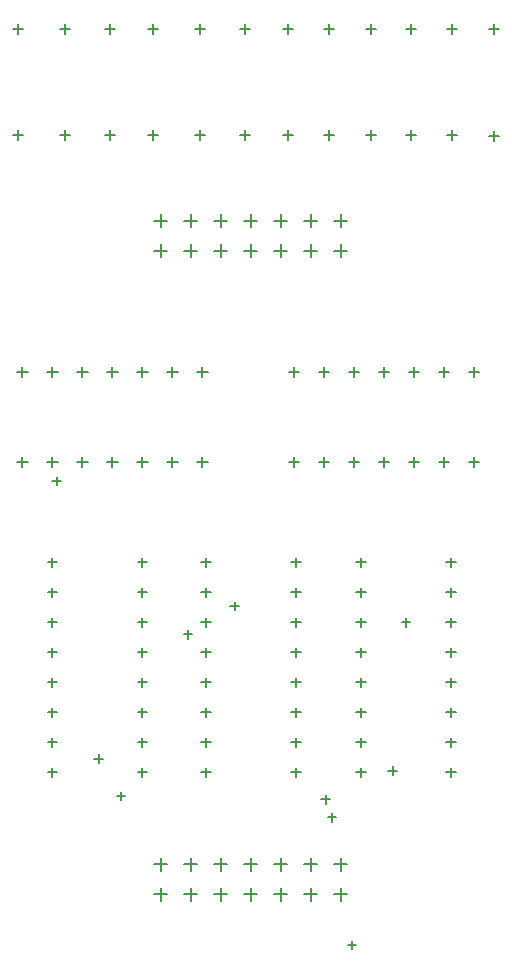
<source format=gbr>
%TF.GenerationSoftware,Altium Limited,Altium Designer,22.9.1 (49)*%
G04 Layer_Color=128*
%FSLAX45Y45*%
%MOMM*%
%TF.SameCoordinates,4BB515F2-1930-42CC-84AD-66DDC1B42358*%
%TF.FilePolarity,Positive*%
%TF.FileFunction,Drillmap*%
%TF.Part,Single*%
G01*
G75*
%TA.AperFunction,NonConductor*%
%ADD45C,0.12700*%
D45*
X5505784Y8255000D02*
X5595784D01*
X5550784Y8210000D02*
Y8300000D01*
X5759784Y8255000D02*
X5849784D01*
X5804784Y8210000D02*
Y8300000D01*
X6013784Y8255000D02*
X6103784D01*
X6058784Y8210000D02*
Y8300000D01*
X6267784Y8255000D02*
X6357784D01*
X6312784Y8210000D02*
Y8300000D01*
X6521784Y8255000D02*
X6611784D01*
X6566784Y8210000D02*
Y8300000D01*
X6775784Y8255000D02*
X6865784D01*
X6820784Y8210000D02*
Y8300000D01*
X7029784Y8255000D02*
X7119784D01*
X7074784Y8210000D02*
Y8300000D01*
X5505784Y9017000D02*
X5595784D01*
X5550784Y8972000D02*
Y9062000D01*
X5759784Y9017000D02*
X5849784D01*
X5804784Y8972000D02*
Y9062000D01*
X6013784Y9017000D02*
X6103784D01*
X6058784Y8972000D02*
Y9062000D01*
X6267784Y9017000D02*
X6357784D01*
X6312784Y8972000D02*
Y9062000D01*
X6521784Y9017000D02*
X6611784D01*
X6566784Y8972000D02*
Y9062000D01*
X6775784Y9017000D02*
X6865784D01*
X6820784Y8972000D02*
Y9062000D01*
X7029784Y9017000D02*
X7119784D01*
X7074784Y8972000D02*
Y9062000D01*
X4730200Y9017000D02*
X4820200D01*
X4775200Y8972000D02*
Y9062000D01*
X4476200Y9017000D02*
X4566200D01*
X4521200Y8972000D02*
Y9062000D01*
X4222200Y9017000D02*
X4312200D01*
X4267200Y8972000D02*
Y9062000D01*
X3968200Y9017000D02*
X4058200D01*
X4013200Y8972000D02*
Y9062000D01*
X3714200Y9017000D02*
X3804200D01*
X3759200Y8972000D02*
Y9062000D01*
X3460200Y9017000D02*
X3550200D01*
X3505200Y8972000D02*
Y9062000D01*
X3206200Y9017000D02*
X3296200D01*
X3251200Y8972000D02*
Y9062000D01*
X4730200Y8255000D02*
X4820200D01*
X4775200Y8210000D02*
Y8300000D01*
X4476200Y8255000D02*
X4566200D01*
X4521200Y8210000D02*
Y8300000D01*
X4222200Y8255000D02*
X4312200D01*
X4267200Y8210000D02*
Y8300000D01*
X3968200Y8255000D02*
X4058200D01*
X4013200Y8210000D02*
Y8300000D01*
X3714200Y8255000D02*
X3804200D01*
X3759200Y8210000D02*
Y8300000D01*
X3460200Y8255000D02*
X3550200D01*
X3505200Y8210000D02*
Y8300000D01*
X3206200Y8255000D02*
X3296200D01*
X3251200Y8210000D02*
Y8300000D01*
X6076940Y7404100D02*
X6156940D01*
X6116940Y7364100D02*
Y7444100D01*
X6076940Y7150100D02*
X6156940D01*
X6116940Y7110100D02*
Y7190100D01*
X6076940Y6896100D02*
X6156940D01*
X6116940Y6856100D02*
Y6936100D01*
X6076940Y6642100D02*
X6156940D01*
X6116940Y6602100D02*
Y6682100D01*
X6076940Y6388100D02*
X6156940D01*
X6116940Y6348100D02*
Y6428100D01*
X6076940Y6134100D02*
X6156940D01*
X6116940Y6094100D02*
Y6174100D01*
X6076940Y5880100D02*
X6156940D01*
X6116940Y5840100D02*
Y5920100D01*
X6076940Y5626100D02*
X6156940D01*
X6116940Y5586100D02*
Y5666100D01*
X6838940Y7404100D02*
X6918940D01*
X6878940Y7364100D02*
Y7444100D01*
X6838940Y7150100D02*
X6918940D01*
X6878940Y7110100D02*
Y7190100D01*
X6838940Y6896100D02*
X6918940D01*
X6878940Y6856100D02*
Y6936100D01*
X6838940Y6642100D02*
X6918940D01*
X6878940Y6602100D02*
Y6682100D01*
X6838940Y6388100D02*
X6918940D01*
X6878940Y6348100D02*
Y6428100D01*
X6838940Y6134100D02*
X6918940D01*
X6878940Y6094100D02*
Y6174100D01*
X6838940Y5880100D02*
X6918940D01*
X6878940Y5840100D02*
Y5920100D01*
X6838940Y5626100D02*
X6918940D01*
X6878940Y5586100D02*
Y5666100D01*
X4764288Y7404100D02*
X4844288D01*
X4804288Y7364100D02*
Y7444100D01*
X4764288Y7150100D02*
X4844288D01*
X4804288Y7110100D02*
Y7190100D01*
X4764288Y6896100D02*
X4844288D01*
X4804288Y6856100D02*
Y6936100D01*
X4764288Y6642100D02*
X4844288D01*
X4804288Y6602100D02*
Y6682100D01*
X4764288Y6388100D02*
X4844288D01*
X4804288Y6348100D02*
Y6428100D01*
X4764288Y6134100D02*
X4844288D01*
X4804288Y6094100D02*
Y6174100D01*
X4764288Y5880100D02*
X4844288D01*
X4804288Y5840100D02*
Y5920100D01*
X4764288Y5626100D02*
X4844288D01*
X4804288Y5586100D02*
Y5666100D01*
X5526288Y7404100D02*
X5606288D01*
X5566288Y7364100D02*
Y7444100D01*
X5526288Y7150100D02*
X5606288D01*
X5566288Y7110100D02*
Y7190100D01*
X5526288Y6896100D02*
X5606288D01*
X5566288Y6856100D02*
Y6936100D01*
X5526288Y6642100D02*
X5606288D01*
X5566288Y6602100D02*
Y6682100D01*
X5526288Y6388100D02*
X5606288D01*
X5566288Y6348100D02*
Y6428100D01*
X5526288Y6134100D02*
X5606288D01*
X5566288Y6094100D02*
Y6174100D01*
X5526288Y5880100D02*
X5606288D01*
X5566288Y5840100D02*
Y5920100D01*
X5526288Y5626100D02*
X5606288D01*
X5566288Y5586100D02*
Y5666100D01*
X3465200Y7404100D02*
X3545200D01*
X3505200Y7364100D02*
Y7444100D01*
X3465200Y7150100D02*
X3545200D01*
X3505200Y7110100D02*
Y7190100D01*
X3465200Y6896100D02*
X3545200D01*
X3505200Y6856100D02*
Y6936100D01*
X3465200Y6642100D02*
X3545200D01*
X3505200Y6602100D02*
Y6682100D01*
X3465200Y6388100D02*
X3545200D01*
X3505200Y6348100D02*
Y6428100D01*
X3465200Y6134100D02*
X3545200D01*
X3505200Y6094100D02*
Y6174100D01*
X3465200Y5880100D02*
X3545200D01*
X3505200Y5840100D02*
Y5920100D01*
X3465200Y5626100D02*
X3545200D01*
X3505200Y5586100D02*
Y5666100D01*
X4227200Y7404100D02*
X4307200D01*
X4267200Y7364100D02*
Y7444100D01*
X4227200Y7150100D02*
X4307200D01*
X4267200Y7110100D02*
Y7190100D01*
X4227200Y6896100D02*
X4307200D01*
X4267200Y6856100D02*
Y6936100D01*
X4227200Y6642100D02*
X4307200D01*
X4267200Y6602100D02*
Y6682100D01*
X4227200Y6388100D02*
X4307200D01*
X4267200Y6348100D02*
Y6428100D01*
X4227200Y6134100D02*
X4307200D01*
X4267200Y6094100D02*
Y6174100D01*
X4227200Y5880100D02*
X4307200D01*
X4267200Y5840100D02*
Y5920100D01*
X4227200Y5626100D02*
X4307200D01*
X4267200Y5586100D02*
Y5666100D01*
X7199949Y11917924D02*
X7284949D01*
X7242449Y11875424D02*
Y11960424D01*
X7199949Y11017921D02*
X7284949D01*
X7242449Y10975421D02*
Y11060421D01*
X3171204Y11923603D02*
X3256205D01*
X3213705Y11881103D02*
Y11966103D01*
X3171204Y11023600D02*
X3256205D01*
X3213705Y10981100D02*
Y11066100D01*
X6846300Y11923603D02*
X6931300D01*
X6888800Y11881103D02*
Y11966103D01*
X6846300Y11023600D02*
X6931300D01*
X6888800Y10981100D02*
Y11066100D01*
X3565793Y11923603D02*
X3650794D01*
X3608294Y11881103D02*
Y11966103D01*
X3565793Y11023600D02*
X3650794D01*
X3608294Y10981100D02*
Y11066100D01*
X6496161Y11923603D02*
X6581161D01*
X6538661Y11881103D02*
Y11966103D01*
X6496161Y11023600D02*
X6581161D01*
X6538661Y10981100D02*
Y11066100D01*
X3953692Y11923603D02*
X4038692D01*
X3996192Y11881103D02*
Y11966103D01*
X3953692Y11023600D02*
X4038692D01*
X3996192Y10981100D02*
Y11066100D01*
X6160932Y11923603D02*
X6245932D01*
X6203432Y11881103D02*
Y11966103D01*
X6160932Y11023600D02*
X6245932D01*
X6203432Y10981100D02*
Y11066100D01*
X4311289Y11923603D02*
X4396289D01*
X4353789Y11881103D02*
Y11966103D01*
X4311289Y11023600D02*
X4396289D01*
X4353789Y10981100D02*
Y11066100D01*
X5802360Y11923603D02*
X5887360D01*
X5844860Y11881103D02*
Y11966103D01*
X5802360Y11023600D02*
X5887360D01*
X5844860Y10981100D02*
Y11066100D01*
X4714381Y11923603D02*
X4799382D01*
X4756882Y11881103D02*
Y11966103D01*
X4714381Y11023600D02*
X4799382D01*
X4756882Y10981100D02*
Y11066100D01*
X5459811Y11923603D02*
X5544811D01*
X5502311Y11881103D02*
Y11966103D01*
X5459811Y11023600D02*
X5544811D01*
X5502311Y10981100D02*
Y11066100D01*
X5094889Y11923603D02*
X5179889D01*
X5137389Y11881103D02*
Y11966103D01*
X5094889Y11023600D02*
X5179889D01*
X5137389Y10981100D02*
Y11066100D01*
X5130288Y4849993D02*
X5240288D01*
X5185288Y4794993D02*
Y4904993D01*
X5130288Y4595993D02*
X5240288D01*
X5185288Y4540993D02*
Y4650993D01*
X4876288Y4849993D02*
X4986288D01*
X4931288Y4794993D02*
Y4904993D01*
X4876288Y4595993D02*
X4986288D01*
X4931288Y4540993D02*
Y4650993D01*
X4368288Y4595993D02*
X4478288D01*
X4423288Y4540993D02*
Y4650993D01*
X4368288Y4849993D02*
X4478288D01*
X4423288Y4794993D02*
Y4904993D01*
X4622288Y4595993D02*
X4732288D01*
X4677288Y4540993D02*
Y4650993D01*
X4622288Y4849993D02*
X4732288D01*
X4677288Y4794993D02*
Y4904993D01*
X5384288Y4595993D02*
X5494288D01*
X5439288Y4540993D02*
Y4650993D01*
X5384288Y4849993D02*
X5494288D01*
X5439288Y4794993D02*
Y4904993D01*
X5638288Y4595993D02*
X5748288D01*
X5693288Y4540993D02*
Y4650993D01*
X5892288Y4595993D02*
X6002288D01*
X5947288Y4540993D02*
Y4650993D01*
X5638288Y4849993D02*
X5748288D01*
X5693288Y4794993D02*
Y4904993D01*
X5892288Y4849993D02*
X6002288D01*
X5947288Y4794993D02*
Y4904993D01*
X5128856Y10296708D02*
X5238855D01*
X5183856Y10241708D02*
Y10351708D01*
X5128856Y10042708D02*
X5238855D01*
X5183856Y9987708D02*
Y10097708D01*
X4874856Y10296708D02*
X4984855D01*
X4929856Y10241708D02*
Y10351708D01*
X4874856Y10042708D02*
X4984855D01*
X4929856Y9987708D02*
Y10097708D01*
X4366856Y10042708D02*
X4476855D01*
X4421856Y9987708D02*
Y10097708D01*
X4366856Y10296708D02*
X4476855D01*
X4421856Y10241708D02*
Y10351708D01*
X4620856Y10042708D02*
X4730855D01*
X4675856Y9987708D02*
Y10097708D01*
X4620856Y10296708D02*
X4730855D01*
X4675856Y10241708D02*
Y10351708D01*
X5382856Y10042708D02*
X5492855D01*
X5437856Y9987708D02*
Y10097708D01*
X5382856Y10296708D02*
X5492855D01*
X5437856Y10241708D02*
Y10351708D01*
X5636856Y10042708D02*
X5746855D01*
X5691856Y9987708D02*
Y10097708D01*
X5890856Y10042708D02*
X6000855D01*
X5945856Y9987708D02*
Y10097708D01*
X5636856Y10296708D02*
X5746855D01*
X5691856Y10241708D02*
Y10351708D01*
X5890856Y10296708D02*
X6000855D01*
X5945856Y10241708D02*
Y10351708D01*
X3860800Y5742940D02*
X3931920D01*
X3896360Y5707380D02*
Y5778500D01*
X4620260Y6794500D02*
X4691380D01*
X4655820Y6758940D02*
Y6830060D01*
X6007100Y4165600D02*
X6078220D01*
X6042660Y4130040D02*
Y4201160D01*
X6464300Y6896100D02*
X6535420D01*
X6499860Y6860540D02*
Y6931660D01*
X5783580Y5397500D02*
X5854700D01*
X5819140Y5361940D02*
Y5433060D01*
X6350000Y5640720D02*
X6421120D01*
X6385560Y5605160D02*
Y5676280D01*
X5012568Y7033260D02*
X5083688D01*
X5048128Y6997700D02*
Y7068820D01*
X3505200Y8092440D02*
X3576320D01*
X3540760Y8056880D02*
Y8128000D01*
X5839460Y5245100D02*
X5910580D01*
X5875020Y5209540D02*
Y5280660D01*
X4051300Y5427980D02*
X4122420D01*
X4086860Y5392420D02*
Y5463540D01*
%TF.MD5,793a6e6ac6b0b65997e2a864fc677d95*%
M02*

</source>
